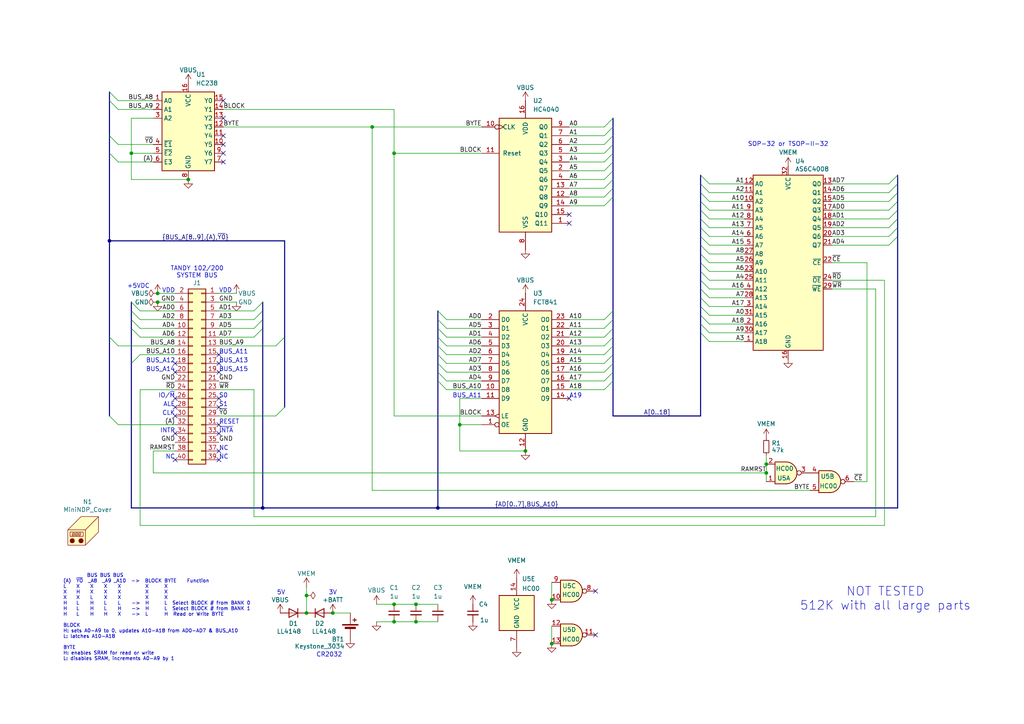
<source format=kicad_sch>
(kicad_sch (version 20231120) (generator "eeschema") (generator_version "8.0")
  (paper "A4")
  (title_block (title "MiniNDP 512") (date "2024-11-27") (rev "F04") (company "Brian K. White - b.kenyon.w@gmail.com") (comment 1 "github.com/bkw777/NODE_DATAPAC") (comment 2 "Use with RAM100.CO or RAM200.CO") (comment 3 "Work-alike of NODE Systems DATAPAC / RAMPAC"))
  (lib_symbols
    (symbol "000_LOCAL:4040" (pin_names (offset 1.016))
      (property "Reference" "U" (at -7.62 16.51 0))
      (property "Value" "4040" (at -7.62 -19.05 0))
      (symbol "4040_1_0"
        (pin output line (at 12.7 -15.24 180) (length 5.08) (name "Q11") (number "1"))
        (pin input inverted_clock (at -12.7 12.7 0) (length 5.08) (name "CLK") (number "10"))
        (pin input line (at -12.7 5.08 0) (length 5.08) (name "Reset") (number "11"))
        (pin output line (at 12.7 -7.62 180) (length 5.08) (name "Q8") (number "12"))
        (pin output line (at 12.7 -5.08 180) (length 5.08) (name "Q7") (number "13"))
        (pin output line (at 12.7 -10.16 180) (length 5.08) (name "Q9") (number "14"))
        (pin output line (at 12.7 -12.7 180) (length 5.08) (name "Q10") (number "15"))
        (pin power_in line (at 0 20.32 270) (length 5.08) (name "VDD") (number "16"))
        (pin output line (at 12.7 0 180) (length 5.08) (name "Q5") (number "2"))
        (pin output line (at 12.7 2.54 180) (length 5.08) (name "Q4") (number "3"))
        (pin output line (at 12.7 -2.54 180) (length 5.08) (name "Q6") (number "4"))
        (pin output line (at 12.7 5.08 180) (length 5.08) (name "Q3") (number "5"))
        (pin output line (at 12.7 7.62 180) (length 5.08) (name "Q2") (number "6"))
        (pin output line (at 12.7 10.16 180) (length 5.08) (name "Q1") (number "7"))
        (pin power_in line (at 0 -22.86 90) (length 5.08) (name "VSS") (number "8"))
        (pin output line (at 12.7 12.7 180) (length 5.08) (name "Q0") (number "9"))
      )
    )
    (symbol "000_LOCAL:74xx00"
      (property "Reference" "U" (at 1.524 8.636 0))
      (property "Value" "74xx00" (at 3.302 6.604 0))
      (symbol "74xx00_1_1"
        (pin input line (at -6.35 2.54 0) (length 2.54) (name "~") (number "1"))
        (pin input line (at -6.35 -2.54 0) (length 2.54) (name "~") (number "2"))
        (pin output inverted (at 6.35 0 180) (length 3.81) (name "~") (number "3"))
      )
      (symbol "74xx00_2_1"
        (pin input line (at -6.35 2.54 0) (length 2.54) (name "~") (number "4"))
        (pin input line (at -6.35 -2.54 0) (length 2.54) (name "~") (number "5"))
        (pin output inverted (at 6.35 0 180) (length 3.81) (name "~") (number "6"))
      )
      (symbol "74xx00_3_1"
        (pin input line (at -6.35 -2.54 0) (length 2.54) (name "~") (number "10"))
        (pin output inverted (at 6.35 0 180) (length 3.81) (name "~") (number "8"))
        (pin input line (at -6.35 2.54 0) (length 2.54) (name "~") (number "9"))
      )
      (symbol "74xx00_4_1"
        (pin output inverted (at 6.35 0 180) (length 3.81) (name "~") (number "11"))
        (pin input line (at -6.35 2.54 0) (length 2.54) (name "~") (number "12"))
        (pin input line (at -6.35 -2.54 0) (length 2.54) (name "~") (number "13"))
      )
      (symbol "74xx00_5_1"
        (pin power_in line (at 0 10.16 270) (length 5.08) (name "VCC") (number "14"))
        (pin power_in line (at 0 -10.16 90) (length 5.08) (name "GND") (number "7"))
      )
    )
    (symbol "000_LOCAL:AS6C4008_DIP"
      (property "Reference" "U" (at -10.16 23.495 0))
      (property "Value" "AS6C4008_DIP" (at 2.54 23.495 0))
      (symbol "AS6C4008_DIP_1_0"
        (pin power_in line (at 0 -30.48 90) (length 2.54) (name "GND") (number "16"))
        (pin power_in line (at 0 25.4 270) (length 2.54) (name "VCC") (number "32"))
      )
      (symbol "AS6C4008_DIP_1_1"
        (pin input line (at -12.7 -25.4 0) (length 2.54) (name "A18") (number "1"))
        (pin input line (at -12.7 15.24 0) (length 2.54) (name "A2") (number "10"))
        (pin input line (at -12.7 17.78 0) (length 2.54) (name "A1") (number "11"))
        (pin input line (at -12.7 20.32 0) (length 2.54) (name "A0") (number "12"))
        (pin tri_state line (at 12.7 20.32 180) (length 2.54) (name "Q0") (number "13"))
        (pin tri_state line (at 12.7 17.78 180) (length 2.54) (name "Q1") (number "14"))
        (pin tri_state line (at 12.7 15.24 180) (length 2.54) (name "Q2") (number "15"))
        (pin tri_state line (at 12.7 12.7 180) (length 2.54) (name "Q3") (number "17"))
        (pin tri_state line (at 12.7 10.16 180) (length 2.54) (name "Q4") (number "18"))
        (pin tri_state line (at 12.7 7.62 180) (length 2.54) (name "Q5") (number "19"))
        (pin input line (at -12.7 -20.32 0) (length 2.54) (name "A16") (number "2"))
        (pin tri_state line (at 12.7 5.08 180) (length 2.54) (name "Q6") (number "20"))
        (pin tri_state line (at 12.7 2.54 180) (length 2.54) (name "Q7") (number "21"))
        (pin input line (at 12.7 -2.54 180) (length 2.54) (name "~{CE}") (number "22"))
        (pin input line (at -12.7 -5.08 0) (length 2.54) (name "A10") (number "23"))
        (pin input line (at 12.7 -7.62 180) (length 2.54) (name "~{OE}") (number "24"))
        (pin input line (at -12.7 -7.62 0) (length 2.54) (name "A11") (number "25"))
        (pin input line (at -12.7 -2.54 0) (length 2.54) (name "A9") (number "26"))
        (pin input line (at -12.7 0 0) (length 2.54) (name "A8") (number "27"))
        (pin input line (at -12.7 -12.7 0) (length 2.54) (name "A13") (number "28"))
        (pin input line (at 12.7 -10.16 180) (length 2.54) (name "~{WE}") (number "29"))
        (pin input line (at -12.7 -15.24 0) (length 2.54) (name "A14") (number "3"))
        (pin input line (at -12.7 -22.86 0) (length 2.54) (name "A17") (number "30"))
        (pin input line (at -12.7 -17.78 0) (length 2.54) (name "A15") (number "31"))
        (pin input line (at -12.7 -10.16 0) (length 2.54) (name "A12") (number "4"))
        (pin input line (at -12.7 2.54 0) (length 2.54) (name "A7") (number "5"))
        (pin input line (at -12.7 5.08 0) (length 2.54) (name "A6") (number "6"))
        (pin input line (at -12.7 7.62 0) (length 2.54) (name "A5") (number "7"))
        (pin input line (at -12.7 10.16 0) (length 2.54) (name "A4") (number "8"))
        (pin input line (at -12.7 12.7 0) (length 2.54) (name "A3") (number "9"))
      )
    )
    (symbol "000_LOCAL:Battery_Cell" (pin_numbers hide) (pin_names (offset 0) hide)
      (property "Reference" "BT" (at 2.54 2.54 0))
      (property "Value" "Battery_Cell" (at 2.54 0 0))
      (symbol "Battery_Cell_1_1"
        (pin passive line (at 0 5.08 270) (length 2.54) (name "+") (number "1"))
        (pin passive line (at 0 -2.54 90) (length 2.54) (name "-") (number "2"))
      )
    )
    (symbol "000_LOCAL:C" (pin_numbers hide) (pin_names (offset 0.254) hide)
      (property "Reference" "C" (at 0.254 1.778 0))
      (property "Value" "C" (at 0.254 -2.032 0))
      (symbol "C_1_1"
        (pin passive line (at 0 2.54 270) (length 2.032) (name "~") (number "1"))
        (pin passive line (at 0 -2.54 90) (length 2.032) (name "~") (number "2"))
      )
    )
    (symbol "000_LOCAL:Conn_02x20_Odd_Even" (pin_names (offset 1.016) hide)
      (property "Reference" "J" (at 1.27 25.4 0))
      (property "Value" "Conn_02x20_Odd_Even" (at 1.27 -27.94 0))
      (symbol "Conn_02x20_Odd_Even_1_1"
        (pin passive line (at -5.08 22.86 0) (length 3.81) (name "Pin_1") (number "1"))
        (pin passive line (at 7.62 12.7 180) (length 3.81) (name "Pin_10") (number "10"))
        (pin passive line (at -5.08 10.16 0) (length 3.81) (name "Pin_11") (number "11"))
        (pin passive line (at 7.62 10.16 180) (length 3.81) (name "Pin_12") (number "12"))
        (pin passive line (at -5.08 7.62 0) (length 3.81) (name "Pin_13") (number "13"))
        (pin passive line (at 7.62 7.62 180) (length 3.81) (name "Pin_14") (number "14"))
        (pin passive line (at -5.08 5.08 0) (length 3.81) (name "Pin_15") (number "15"))
        (pin passive line (at 7.62 5.08 180) (length 3.81) (name "Pin_16") (number "16"))
        (pin passive line (at -5.08 2.54 0) (length 3.81) (name "Pin_17") (number "17"))
        (pin passive line (at 7.62 2.54 180) (length 3.81) (name "Pin_18") (number "18"))
        (pin passive line (at -5.08 0 0) (length 3.81) (name "Pin_19") (number "19"))
        (pin passive line (at 7.62 22.86 180) (length 3.81) (name "Pin_2") (number "2"))
        (pin passive line (at 7.62 0 180) (length 3.81) (name "Pin_20") (number "20"))
        (pin passive line (at -5.08 -2.54 0) (length 3.81) (name "Pin_21") (number "21"))
        (pin passive line (at 7.62 -2.54 180) (length 3.81) (name "Pin_22") (number "22"))
        (pin passive line (at -5.08 -5.08 0) (length 3.81) (name "Pin_23") (number "23"))
        (pin passive line (at 7.62 -5.08 180) (length 3.81) (name "Pin_24") (number "24"))
        (pin passive line (at -5.08 -7.62 0) (length 3.81) (name "Pin_25") (number "25"))
        (pin passive line (at 7.62 -7.62 180) (length 3.81) (name "Pin_26") (number "26"))
        (pin passive line (at -5.08 -10.16 0) (length 3.81) (name "Pin_27") (number "27"))
        (pin passive line (at 7.62 -10.16 180) (length 3.81) (name "Pin_28") (number "28"))
        (pin passive line (at -5.08 -12.7 0) (length 3.81) (name "Pin_29") (number "29"))
        (pin passive line (at -5.08 20.32 0) (length 3.81) (name "Pin_3") (number "3"))
        (pin passive line (at 7.62 -12.7 180) (length 3.81) (name "Pin_30") (number "30"))
        (pin passive line (at -5.08 -15.24 0) (length 3.81) (name "Pin_31") (number "31"))
        (pin passive line (at 7.62 -15.24 180) (length 3.81) (name "Pin_32") (number "32"))
        (pin passive line (at -5.08 -17.78 0) (length 3.81) (name "Pin_33") (number "33"))
        (pin passive line (at 7.62 -17.78 180) (length 3.81) (name "Pin_34") (number "34"))
        (pin passive line (at -5.08 -20.32 0) (length 3.81) (name "Pin_35") (number "35"))
        (pin passive line (at 7.62 -20.32 180) (length 3.81) (name "Pin_36") (number "36"))
        (pin passive line (at -5.08 -22.86 0) (length 3.81) (name "Pin_37") (number "37"))
        (pin passive line (at 7.62 -22.86 180) (length 3.81) (name "Pin_38") (number "38"))
        (pin passive line (at -5.08 -25.4 0) (length 3.81) (name "Pin_39") (number "39"))
        (pin passive line (at 7.62 20.32 180) (length 3.81) (name "Pin_4") (number "4"))
        (pin passive line (at 7.62 -25.4 180) (length 3.81) (name "Pin_40") (number "40"))
        (pin passive line (at -5.08 17.78 0) (length 3.81) (name "Pin_5") (number "5"))
        (pin passive line (at 7.62 17.78 180) (length 3.81) (name "Pin_6") (number "6"))
        (pin passive line (at -5.08 15.24 0) (length 3.81) (name "Pin_7") (number "7"))
        (pin passive line (at 7.62 15.24 180) (length 3.81) (name "Pin_8") (number "8"))
        (pin passive line (at -5.08 12.7 0) (length 3.81) (name "Pin_9") (number "9"))
      )
    )
    (symbol "000_LOCAL:FCT841"
      (property "Reference" "U" (at -6.604 17.526 0))
      (property "Value" "FCT841" (at 5.334 17.526 0))
      (symbol "FCT841_1_0"
        (pin input inverted (at -12.7 -17.78 0) (length 5.08) (name "OE") (number "1"))
        (pin input line (at -12.7 -7.62 0) (length 5.08) (name "D8") (number "10"))
        (pin input line (at -12.7 -10.16 0) (length 5.08) (name "D9") (number "11"))
        (pin power_in line (at 0 -25.4 90) (length 5.08) (name "GND") (number "12"))
        (pin input edge_clock_high (at -12.7 -15.24 0) (length 5.08) (name "LE") (number "13"))
        (pin tri_state line (at 12.7 -10.16 180) (length 5.08) (name "O9") (number "14"))
        (pin tri_state line (at 12.7 -7.62 180) (length 5.08) (name "O8") (number "15"))
        (pin tri_state line (at 12.7 -5.08 180) (length 5.08) (name "O7") (number "16"))
        (pin tri_state line (at 12.7 -2.54 180) (length 5.08) (name "O6") (number "17"))
        (pin tri_state line (at 12.7 0 180) (length 5.08) (name "O5") (number "18"))
        (pin tri_state line (at 12.7 2.54 180) (length 5.08) (name "O4") (number "19"))
        (pin input line (at -12.7 12.7 0) (length 5.08) (name "D0") (number "2"))
        (pin tri_state line (at 12.7 5.08 180) (length 5.08) (name "O3") (number "20"))
        (pin tri_state line (at 12.7 7.62 180) (length 5.08) (name "O2") (number "21"))
        (pin tri_state line (at 12.7 10.16 180) (length 5.08) (name "O1") (number "22"))
        (pin tri_state line (at 12.7 12.7 180) (length 5.08) (name "O0") (number "23"))
        (pin power_in line (at 0 20.32 270) (length 5.08) (name "VCC") (number "24"))
        (pin input line (at -12.7 10.16 0) (length 5.08) (name "D1") (number "3"))
        (pin input line (at -12.7 7.62 0) (length 5.08) (name "D2") (number "4"))
        (pin input line (at -12.7 5.08 0) (length 5.08) (name "D3") (number "5"))
        (pin input line (at -12.7 2.54 0) (length 5.08) (name "D4") (number "6"))
        (pin input line (at -12.7 0 0) (length 5.08) (name "D5") (number "7"))
        (pin input line (at -12.7 -2.54 0) (length 5.08) (name "D6") (number "8"))
        (pin input line (at -12.7 -5.08 0) (length 5.08) (name "D7") (number "9"))
      )
    )
    (symbol "000_LOCAL:HC238"
      (property "Reference" "U" (at -7.62 13.97 0))
      (property "Value" "HC238" (at 2.54 -11.43 0))
      (symbol "HC238_1_1"
        (pin input line (at -10.16 10.16 0) (length 2.54) (name "A0") (number "1"))
        (pin output line (at 10.16 -2.54 180) (length 2.54) (name "Y5") (number "10"))
        (pin output line (at 10.16 0 180) (length 2.54) (name "Y4") (number "11"))
        (pin output line (at 10.16 2.54 180) (length 2.54) (name "Y3") (number "12"))
        (pin output line (at 10.16 5.08 180) (length 2.54) (name "Y2") (number "13"))
        (pin output line (at 10.16 7.62 180) (length 2.54) (name "Y1") (number "14"))
        (pin output line (at 10.16 10.16 180) (length 2.54) (name "Y0") (number "15"))
        (pin power_in line (at 0 15.24 270) (length 2.54) (name "VCC") (number "16"))
        (pin input line (at -10.16 7.62 0) (length 2.54) (name "A1") (number "2"))
        (pin input line (at -10.16 5.08 0) (length 2.54) (name "A2") (number "3"))
        (pin input line (at -10.16 -2.54 0) (length 2.54) (name "~{E1}") (number "4"))
        (pin input line (at -10.16 -5.08 0) (length 2.54) (name "~{E2}") (number "5"))
        (pin input line (at -10.16 -7.62 0) (length 2.54) (name "E3") (number "6"))
        (pin output line (at 10.16 -7.62 180) (length 2.54) (name "Y7") (number "7"))
        (pin power_in line (at 0 -12.7 90) (length 2.54) (name "GND") (number "8"))
        (pin output line (at 10.16 -5.08 180) (length 2.54) (name "Y6") (number "9"))
      )
    )
    (symbol "000_LOCAL:Housing" (pin_names (offset 1.016)) (exclude_from_sim yes)
      (property "Reference" "N" (at 3.81 0 0))
      (property "Value" "Housing" (at 3.81 -1.905 0))
    )
    (symbol "000_LOCAL:LL4148" (pin_numbers hide) (pin_names hide)
      (property "Reference" "D" (at 0 2.54 0))
      (property "Value" "LL4148" (at 0 -2.54 0))
      (symbol "LL4148_1_1"
        (pin passive line (at -3.81 0 0) (length 2.54) (name "K") (number "1"))
        (pin passive line (at 3.81 0 180) (length 2.54) (name "A") (number "2"))
      )
    )
    (symbol "000_LOCAL:R" (pin_numbers hide) (pin_names (offset 0.254) hide)
      (property "Reference" "R" (at 0.762 0.508 0))
      (property "Value" "R_Small" (at 0.762 -1.016 0))
      (symbol "R_1_1"
        (pin passive line (at 0 2.54 270) (length 0.762) (name "~") (number "1"))
        (pin passive line (at 0 -2.54 90) (length 0.762) (name "~") (number "2"))
      )
    )
    (symbol "power:+BATT" (power) (pin_numbers hide) (pin_names (offset 0) hide)
      (property "Value" "+BATT" (at 0 3.556 0))
      (symbol "+BATT_1_1"
        (pin power_in line (at 0 0 90) (length 0) (name "~") (number "1"))
      )
    )
    (symbol "power:GND" (power) (pin_numbers hide) (pin_names (offset 0) hide)
      (property "Value" "GND" (at 0 -3.81 0))
      (symbol "GND_1_1"
        (pin power_in line (at 0 0 270) (length 0) (name "~") (number "1"))
      )
    )
    (symbol "power:PWR_FLAG" (power) (pin_numbers hide) (pin_names (offset 0) hide)
      (property "Value" "PWR_FLAG" (at 0 3.81 0))
      (symbol "PWR_FLAG_0_0"
        (pin power_out line (at 0 0 90) (length 0) (name "~") (number "1"))
      )
    )
    (symbol "power:VBUS" (power) (pin_numbers hide) (pin_names (offset 0) hide)
      (property "Value" "VBUS" (at 0 3.556 0))
      (symbol "VBUS_1_1"
        (pin power_in line (at 0 0 90) (length 0) (name "~") (number "1"))
      )
    )
    (symbol "power:VMEM" (power) (pin_numbers hide) (pin_names (offset 0) hide)
      (property "Value" "VMEM" (at 0 3.556 0))
      (symbol "VMEM_1_1"
        (pin power_in line (at 0 0 90) (length 0) (name "~") (number "1"))
      )
    )
  )
  (junction (at 133.35 123.19))
  (junction (at 160.02 173.99))
  (junction (at 222.25 137.16))
  (junction (at 45.72 85.09))
  (junction (at 96.52 177.8))
  (junction (at 114.3 44.45))
  (junction (at 114.3 180.34))
  (junction (at 127 147.32))
  (junction (at 45.72 87.63))
  (junction (at 88.9 177.8))
  (junction (at 76.2 147.32))
  (junction (at 152.4 130.81))
  (junction (at 107.95 36.83))
  (junction (at 31.75 69.85))
  (junction (at 160.02 186.69))
  (junction (at 38.1 44.45))
  (junction (at 88.9 172.72))
  (junction (at 120.65 175.26))
  (junction (at 54.61 52.07))
  (junction (at 114.3 175.26))
  (junction (at 120.65 180.34))
  (junction (at 222.25 134.62))
  (no_connect (at 63.5 123.19))
  (no_connect (at 63.5 107.95))
  (no_connect (at 64.77 29.21))
  (no_connect (at 50.8 133.35))
  (no_connect (at 63.5 115.57))
  (no_connect (at 63.5 133.35))
  (no_connect (at 172.72 171.45))
  (no_connect (at 64.77 46.99))
  (no_connect (at 50.8 115.57))
  (no_connect (at 165.1 64.77))
  (no_connect (at 50.8 105.41))
  (no_connect (at 64.77 39.37))
  (no_connect (at 64.77 41.91))
  (no_connect (at 50.8 107.95))
  (no_connect (at 50.8 125.73))
  (no_connect (at 50.8 118.11))
  (no_connect (at 50.8 120.65))
  (no_connect (at 63.5 130.81))
  (no_connect (at 165.1 62.23))
  (no_connect (at 63.5 105.41))
  (no_connect (at 165.1 115.57))
  (no_connect (at 63.5 118.11))
  (no_connect (at 63.5 125.73))
  (no_connect (at 64.77 34.29))
  (no_connect (at 63.5 102.87))
  (no_connect (at 64.77 44.45))
  (no_connect (at 172.72 184.15))
  (bus_entry (at 257.81 55.88) (size 2.54 -2.54))
  (bus_entry (at 40.64 95.25) (size -2.54 -2.54))
  (bus_entry (at 127 107.95) (size 2.54 2.54))
  (bus_entry (at 205.74 63.5) (size -2.54 -2.54))
  (bus_entry (at 38.1 105.41) (size 2.54 -2.54))
  (bus_entry (at 175.26 102.87) (size 2.54 -2.54))
  (bus_entry (at 175.26 39.37) (size 2.54 -2.54))
  (bus_entry (at 127 110.49) (size 2.54 2.54))
  (bus_entry (at 205.74 66.04) (size -2.54 -2.54))
  (bus_entry (at 205.74 76.2) (size -2.54 -2.54))
  (bus_entry (at 175.26 105.41) (size 2.54 -2.54))
  (bus_entry (at 127 102.87) (size 2.54 2.54))
  (bus_entry (at 31.75 39.37) (size 2.54 2.54))
  (bus_entry (at 40.64 97.79) (size -2.54 -2.54))
  (bus_entry (at 205.74 88.9) (size -2.54 -2.54))
  (bus_entry (at 40.64 90.17) (size -2.54 -2.54))
  (bus_entry (at 31.75 29.21) (size 2.54 2.54))
  (bus_entry (at 175.26 52.07) (size 2.54 -2.54))
  (bus_entry (at 205.74 71.12) (size -2.54 -2.54))
  (bus_entry (at 205.74 68.58) (size -2.54 -2.54))
  (bus_entry (at 205.74 60.96) (size -2.54 -2.54))
  (bus_entry (at 175.26 59.69) (size 2.54 -2.54))
  (bus_entry (at 175.26 44.45) (size 2.54 -2.54))
  (bus_entry (at 175.26 46.99) (size 2.54 -2.54))
  (bus_entry (at 205.74 73.66) (size -2.54 -2.54))
  (bus_entry (at 205.74 81.28) (size -2.54 -2.54))
  (bus_entry (at 175.26 36.83) (size 2.54 -2.54))
  (bus_entry (at 73.66 90.17) (size 2.54 -2.54))
  (bus_entry (at 82.55 118.11) (size -2.54 2.54))
  (bus_entry (at 175.26 97.79) (size 2.54 -2.54))
  (bus_entry (at 175.26 54.61) (size 2.54 -2.54))
  (bus_entry (at 205.74 96.52) (size -2.54 -2.54))
  (bus_entry (at 257.81 63.5) (size 2.54 -2.54))
  (bus_entry (at 175.26 107.95) (size 2.54 -2.54))
  (bus_entry (at 205.74 55.88) (size -2.54 -2.54))
  (bus_entry (at 175.26 49.53) (size 2.54 -2.54))
  (bus_entry (at 82.55 97.79) (size -2.54 2.54))
  (bus_entry (at 257.81 66.04) (size 2.54 -2.54))
  (bus_entry (at 127 105.41) (size 2.54 2.54))
  (bus_entry (at 205.74 93.98) (size -2.54 -2.54))
  (bus_entry (at 31.75 26.67) (size 2.54 2.54))
  (bus_entry (at 31.75 44.45) (size 2.54 2.54))
  (bus_entry (at 205.74 78.74) (size -2.54 -2.54))
  (bus_entry (at 257.81 71.12) (size 2.54 -2.54))
  (bus_entry (at 257.81 68.58) (size 2.54 -2.54))
  (bus_entry (at 175.26 41.91) (size 2.54 -2.54))
  (bus_entry (at 40.64 92.71) (size -2.54 -2.54))
  (bus_entry (at 73.66 97.79) (size 2.54 -2.54))
  (bus_entry (at 127 90.17) (size 2.54 2.54))
  (bus_entry (at 175.26 95.25) (size 2.54 -2.54))
  (bus_entry (at 205.74 83.82) (size -2.54 -2.54))
  (bus_entry (at 257.81 58.42) (size 2.54 -2.54))
  (bus_entry (at 127 100.33) (size 2.54 2.54))
  (bus_entry (at 257.81 53.34) (size 2.54 -2.54))
  (bus_entry (at 205.74 91.44) (size -2.54 -2.54))
  (bus_entry (at 175.26 92.71) (size 2.54 -2.54))
  (bus_entry (at 205.74 86.36) (size -2.54 -2.54))
  (bus_entry (at 257.81 60.96) (size 2.54 -2.54))
  (bus_entry (at 31.75 97.79) (size 2.54 2.54))
  (bus_entry (at 127 97.79) (size 2.54 2.54))
  (bus_entry (at 205.74 99.06) (size -2.54 -2.54))
  (bus_entry (at 175.26 100.33) (size 2.54 -2.54))
  (bus_entry (at 205.74 53.34) (size -2.54 -2.54))
  (bus_entry (at 73.66 92.71) (size 2.54 -2.54))
  (bus_entry (at 175.26 113.03) (size 2.54 -2.54))
  (bus_entry (at 127 92.71) (size 2.54 2.54))
  (bus_entry (at 127 95.25) (size 2.54 2.54))
  (bus_entry (at 205.74 58.42) (size -2.54 -2.54))
  (bus_entry (at 175.26 110.49) (size 2.54 -2.54))
  (bus_entry (at 34.29 123.19) (size -2.54 -2.54))
  (bus_entry (at 175.26 57.15) (size 2.54 -2.54))
  (bus_entry (at 73.66 95.25) (size 2.54 -2.54))
  (bus (pts (xy 127 102.87) (xy 127 105.41)))
  (bus (pts (xy 177.8 52.07) (xy 177.8 54.61)))
  (wire (pts (xy 165.1 41.91) (xy 175.26 41.91)))
  (bus (pts (xy 177.8 36.83) (xy 177.8 39.37)))
  (bus (pts (xy 203.2 86.36) (xy 203.2 88.9)))
  (wire (pts (xy 101.6 177.8) (xy 96.52 177.8)))
  (wire (pts (xy 133.35 115.57) (xy 133.35 123.19)))
  (wire (pts (xy 107.95 142.24) (xy 234.95 142.24)))
  (bus (pts (xy 76.2 147.32) (xy 127 147.32)))
  (wire (pts (xy 44.45 130.81) (xy 44.45 137.16)))
  (wire (pts (xy 205.74 73.66) (xy 215.9 73.66)))
  (bus (pts (xy 203.2 96.52) (xy 203.2 93.98)))
  (wire (pts (xy 241.3 71.12) (xy 257.81 71.12)))
  (wire (pts (xy 129.54 105.41) (xy 139.7 105.41)))
  (wire (pts (xy 133.35 123.19) (xy 133.35 130.81)))
  (wire (pts (xy 205.74 58.42) (xy 215.9 58.42)))
  (wire (pts (xy 165.1 100.33) (xy 175.26 100.33)))
  (bus (pts (xy 203.2 71.12) (xy 203.2 73.66)))
  (wire (pts (xy 34.29 41.91) (xy 44.45 41.91)))
  (wire (pts (xy 40.64 97.79) (xy 50.8 97.79)))
  (bus (pts (xy 82.55 69.85) (xy 82.55 97.79)))
  (bus (pts (xy 177.8 120.65) (xy 203.2 120.65)))
  (wire (pts (xy 34.29 100.33) (xy 50.8 100.33)))
  (bus (pts (xy 203.2 53.34) (xy 203.2 55.88)))
  (wire (pts (xy 114.3 31.75) (xy 114.3 44.45)))
  (bus (pts (xy 177.8 107.95) (xy 177.8 110.49)))
  (bus (pts (xy 38.1 90.17) (xy 38.1 92.71)))
  (wire (pts (xy 205.74 78.74) (xy 215.9 78.74)))
  (wire (pts (xy 114.3 44.45) (xy 114.3 120.65)))
  (wire (pts (xy 40.64 90.17) (xy 50.8 90.17)))
  (wire (pts (xy 129.54 113.03) (xy 139.7 113.03)))
  (bus (pts (xy 177.8 46.99) (xy 177.8 49.53)))
  (wire (pts (xy 63.5 100.33) (xy 80.01 100.33)))
  (wire (pts (xy 165.1 52.07) (xy 175.26 52.07)))
  (wire (pts (xy 64.77 31.75) (xy 114.3 31.75)))
  (bus (pts (xy 260.35 60.96) (xy 260.35 63.5)))
  (wire (pts (xy 241.3 66.04) (xy 257.81 66.04)))
  (bus (pts (xy 177.8 100.33) (xy 177.8 102.87)))
  (wire (pts (xy 165.1 113.03) (xy 175.26 113.03)))
  (wire (pts (xy 205.74 68.58) (xy 215.9 68.58)))
  (bus (pts (xy 203.2 50.8) (xy 203.2 53.34)))
  (wire (pts (xy 165.1 92.71) (xy 175.26 92.71)))
  (wire (pts (xy 205.74 55.88) (xy 215.9 55.88)))
  (wire (pts (xy 165.1 110.49) (xy 175.26 110.49)))
  (bus (pts (xy 203.2 68.58) (xy 203.2 71.12)))
  (wire (pts (xy 165.1 102.87) (xy 175.26 102.87)))
  (wire (pts (xy 205.74 81.28) (xy 215.9 81.28)))
  (bus (pts (xy 203.2 66.04) (xy 203.2 68.58)))
  (wire (pts (xy 160.02 181.61) (xy 160.02 186.69)))
  (wire (pts (xy 254 83.82) (xy 254 149.86)))
  (wire (pts (xy 205.74 91.44) (xy 215.9 91.44)))
  (wire (pts (xy 45.72 85.09) (xy 50.8 85.09)))
  (wire (pts (xy 73.66 113.03) (xy 73.66 149.86)))
  (bus (pts (xy 38.1 105.41) (xy 38.1 147.32)))
  (wire (pts (xy 205.74 60.96) (xy 215.9 60.96)))
  (bus (pts (xy 203.2 60.96) (xy 203.2 63.5)))
  (wire (pts (xy 129.54 102.87) (xy 139.7 102.87)))
  (bus (pts (xy 260.35 63.5) (xy 260.35 66.04)))
  (bus (pts (xy 203.2 73.66) (xy 203.2 76.2)))
  (wire (pts (xy 63.5 90.17) (xy 73.66 90.17)))
  (wire (pts (xy 40.64 95.25) (xy 50.8 95.25)))
  (wire (pts (xy 222.25 132.08) (xy 222.25 134.62)))
  (bus (pts (xy 31.75 97.79) (xy 31.75 120.65)))
  (wire (pts (xy 68.58 87.63) (xy 63.5 87.63)))
  (bus (pts (xy 177.8 39.37) (xy 177.8 41.91)))
  (wire (pts (xy 165.1 39.37) (xy 175.26 39.37)))
  (bus (pts (xy 177.8 97.79) (xy 177.8 100.33)))
  (bus (pts (xy 177.8 34.29) (xy 177.8 36.83)))
  (bus (pts (xy 260.35 55.88) (xy 260.35 58.42)))
  (bus (pts (xy 177.8 41.91) (xy 177.8 44.45)))
  (bus (pts (xy 177.8 92.71) (xy 177.8 95.25)))
  (bus (pts (xy 177.8 102.87) (xy 177.8 105.41)))
  (wire (pts (xy 165.1 49.53) (xy 175.26 49.53)))
  (wire (pts (xy 165.1 105.41) (xy 175.26 105.41)))
  (wire (pts (xy 205.74 88.9) (xy 215.9 88.9)))
  (bus (pts (xy 203.2 120.65) (xy 203.2 96.52)))
  (bus (pts (xy 127 100.33) (xy 127 102.87)))
  (wire (pts (xy 88.9 172.72) (xy 88.9 177.8)))
  (wire (pts (xy 165.1 36.83) (xy 175.26 36.83)))
  (wire (pts (xy 120.65 175.26) (xy 127 175.26)))
  (bus (pts (xy 177.8 95.25) (xy 177.8 97.79)))
  (wire (pts (xy 114.3 44.45) (xy 139.7 44.45)))
  (bus (pts (xy 82.55 97.79) (xy 82.55 118.11)))
  (wire (pts (xy 241.3 83.82) (xy 254 83.82)))
  (wire (pts (xy 241.3 60.96) (xy 257.81 60.96)))
  (wire (pts (xy 129.54 92.71) (xy 139.7 92.71)))
  (bus (pts (xy 38.1 95.25) (xy 38.1 105.41)))
  (wire (pts (xy 63.5 113.03) (xy 73.66 113.03)))
  (wire (pts (xy 129.54 110.49) (xy 139.7 110.49)))
  (wire (pts (xy 120.65 180.34) (xy 127 180.34)))
  (wire (pts (xy 205.74 53.34) (xy 215.9 53.34)))
  (wire (pts (xy 165.1 95.25) (xy 175.26 95.25)))
  (wire (pts (xy 45.72 87.63) (xy 50.8 87.63)))
  (wire (pts (xy 114.3 180.34) (xy 120.65 180.34)))
  (wire (pts (xy 165.1 59.69) (xy 175.26 59.69)))
  (bus (pts (xy 177.8 120.65) (xy 177.8 110.49)))
  (wire (pts (xy 165.1 46.99) (xy 175.26 46.99)))
  (bus (pts (xy 260.35 53.34) (xy 260.35 55.88)))
  (bus (pts (xy 31.75 39.37) (xy 31.75 44.45)))
  (wire (pts (xy 38.1 44.45) (xy 38.1 52.07)))
  (bus (pts (xy 127 110.49) (xy 127 147.32)))
  (bus (pts (xy 260.35 66.04) (xy 260.35 68.58)))
  (bus (pts (xy 203.2 63.5) (xy 203.2 66.04)))
  (bus (pts (xy 76.2 90.17) (xy 76.2 92.71)))
  (wire (pts (xy 107.95 36.83) (xy 139.7 36.83)))
  (bus (pts (xy 203.2 55.88) (xy 203.2 58.42)))
  (bus (pts (xy 260.35 50.8) (xy 260.35 53.34)))
  (bus (pts (xy 203.2 76.2) (xy 203.2 78.74)))
  (bus (pts (xy 76.2 92.71) (xy 76.2 95.25)))
  (wire (pts (xy 241.3 63.5) (xy 257.81 63.5)))
  (bus (pts (xy 203.2 88.9) (xy 203.2 91.44)))
  (wire (pts (xy 251.46 76.2) (xy 251.46 139.7)))
  (wire (pts (xy 129.54 97.79) (xy 139.7 97.79)))
  (wire (pts (xy 205.74 76.2) (xy 215.9 76.2)))
  (bus (pts (xy 203.2 81.28) (xy 203.2 83.82)))
  (bus (pts (xy 127 95.25) (xy 127 97.79)))
  (bus (pts (xy 38.1 92.71) (xy 38.1 95.25)))
  (bus (pts (xy 260.35 68.58) (xy 260.35 147.32)))
  (wire (pts (xy 38.1 52.07) (xy 54.61 52.07)))
  (wire (pts (xy 63.5 92.71) (xy 73.66 92.71)))
  (wire (pts (xy 165.1 107.95) (xy 175.26 107.95)))
  (wire (pts (xy 205.74 63.5) (xy 215.9 63.5)))
  (bus (pts (xy 177.8 44.45) (xy 177.8 46.99)))
  (wire (pts (xy 205.74 71.12) (xy 215.9 71.12)))
  (bus (pts (xy 31.75 29.21) (xy 31.75 39.37)))
  (bus (pts (xy 260.35 58.42) (xy 260.35 60.96)))
  (wire (pts (xy 38.1 34.29) (xy 38.1 44.45)))
  (wire (pts (xy 247.65 139.7) (xy 251.46 139.7)))
  (bus (pts (xy 76.2 87.63) (xy 76.2 90.17)))
  (wire (pts (xy 241.3 58.42) (xy 257.81 58.42)))
  (wire (pts (xy 129.54 100.33) (xy 139.7 100.33)))
  (bus (pts (xy 203.2 91.44) (xy 203.2 93.98)))
  (wire (pts (xy 68.58 85.09) (xy 63.5 85.09)))
  (wire (pts (xy 205.74 99.06) (xy 215.9 99.06)))
  (wire (pts (xy 38.1 44.45) (xy 44.45 44.45)))
  (wire (pts (xy 165.1 44.45) (xy 175.26 44.45)))
  (wire (pts (xy 241.3 55.88) (xy 257.81 55.88)))
  (bus (pts (xy 127 105.41) (xy 127 107.95)))
  (wire (pts (xy 241.3 53.34) (xy 257.81 53.34)))
  (bus (pts (xy 127 92.71) (xy 127 95.25)))
  (bus (pts (xy 177.8 49.53) (xy 177.8 52.07)))
  (wire (pts (xy 205.74 93.98) (xy 215.9 93.98)))
  (wire (pts (xy 133.35 123.19) (xy 139.7 123.19)))
  (wire (pts (xy 114.3 175.26) (xy 120.65 175.26)))
  (wire (pts (xy 241.3 68.58) (xy 257.81 68.58)))
  (wire (pts (xy 40.64 113.03) (xy 40.64 152.4)))
  (wire (pts (xy 40.64 92.71) (xy 50.8 92.71)))
  (bus (pts (xy 177.8 90.17) (xy 177.8 92.71)))
  (wire (pts (xy 63.5 97.79) (xy 73.66 97.79)))
  (bus (pts (xy 31.75 69.85) (xy 31.75 97.79)))
  (wire (pts (xy 107.95 36.83) (xy 107.95 142.24)))
  (wire (pts (xy 50.8 113.03) (xy 40.64 113.03)))
  (wire (pts (xy 254 149.86) (xy 73.66 149.86)))
  (wire (pts (xy 63.5 95.25) (xy 73.66 95.25)))
  (wire (pts (xy 34.29 29.21) (xy 44.45 29.21)))
  (bus (pts (xy 203.2 83.82) (xy 203.2 86.36)))
  (wire (pts (xy 109.22 175.26) (xy 114.3 175.26)))
  (wire (pts (xy 133.35 115.57) (xy 139.7 115.57)))
  (bus (pts (xy 31.75 69.85) (xy 82.55 69.85)))
  (wire (pts (xy 63.5 120.65) (xy 80.01 120.65)))
  (bus (pts (xy 31.75 44.45) (xy 31.75 69.85)))
  (wire (pts (xy 165.1 54.61) (xy 175.26 54.61)))
  (wire (pts (xy 129.54 95.25) (xy 139.7 95.25)))
  (bus (pts (xy 127 147.32) (xy 260.35 147.32)))
  (wire (pts (xy 205.74 96.52) (xy 215.9 96.52)))
  (wire (pts (xy 222.25 134.62) (xy 222.25 137.16)))
  (bus (pts (xy 76.2 95.25) (xy 76.2 147.32)))
  (wire (pts (xy 44.45 130.81) (xy 50.8 130.81)))
  (bus (pts (xy 177.8 54.61) (xy 177.8 57.15)))
  (wire (pts (xy 133.35 130.81) (xy 152.4 130.81)))
  (wire (pts (xy 222.25 139.7) (xy 222.25 137.16)))
  (bus (pts (xy 127 97.79) (xy 127 100.33)))
  (bus (pts (xy 177.8 57.15) (xy 177.8 90.17)))
  (wire (pts (xy 165.1 57.15) (xy 175.26 57.15)))
  (wire (pts (xy 40.64 102.87) (xy 50.8 102.87)))
  (wire (pts (xy 205.74 66.04) (xy 215.9 66.04)))
  (wire (pts (xy 88.9 170.18) (xy 88.9 172.72)))
  (bus (pts (xy 203.2 78.74) (xy 203.2 81.28)))
  (wire (pts (xy 241.3 81.28) (xy 256.54 81.28)))
  (bus (pts (xy 203.2 58.42) (xy 203.2 60.96)))
  (wire (pts (xy 251.46 76.2) (xy 241.3 76.2)))
  (wire (pts (xy 34.29 46.99) (xy 44.45 46.99)))
  (wire (pts (xy 129.54 107.95) (xy 139.7 107.95)))
  (wire (pts (xy 256.54 152.4) (xy 256.54 81.28)))
  (wire (pts (xy 34.29 123.19) (xy 50.8 123.19)))
  (bus (pts (xy 38.1 87.63) (xy 38.1 90.17)))
  (wire (pts (xy 205.74 83.82) (xy 215.9 83.82)))
  (wire (pts (xy 38.1 34.29) (xy 44.45 34.29)))
  (bus (pts (xy 31.75 26.67) (xy 31.75 29.21)))
  (wire (pts (xy 34.29 31.75) (xy 44.45 31.75)))
  (bus (pts (xy 127 107.95) (xy 127 110.49)))
  (wire (pts (xy 165.1 97.79) (xy 175.26 97.79)))
  (wire (pts (xy 160.02 168.91) (xy 160.02 173.99)))
  (wire (pts (xy 44.45 137.16) (xy 222.25 137.16)))
  (wire (pts (xy 64.77 36.83) (xy 107.95 36.83)))
  (wire (pts (xy 109.22 180.34) (xy 114.3 180.34)))
  (wire (pts (xy 205.74 86.36) (xy 215.9 86.36)))
  (bus (pts (xy 127 90.17) (xy 127 92.71)))
  (bus (pts (xy 38.1 147.32) (xy 76.2 147.32)))
  (bus (pts (xy 177.8 105.41) (xy 177.8 107.95)))
  (wire (pts (xy 114.3 120.65) (xy 139.7 120.65)))
  (wire (pts (xy 40.64 152.4) (xy 256.54 152.4)))
  (text "BUS_A11" (at 63.5 102.87 0) (effects (font (size 1.27 1.27)) (justify left bottom)))
  (text "TANDY 102/200\nSYSTEM BUS" (at 57.15 80.772 0) (effects (font (size 1.27 1.27)) (justify bottom)))
  (text "+5VDC" (at 36.83 83.82 0) (effects (font (size 1.27 1.27)) (justify left bottom)))
  (text "BUS_A15" (at 63.5 107.95 0) (effects (font (size 1.27 1.27)) (justify left bottom)))
  (text "NOT TESTED\n512K with all large parts" (at 256.794 173.736 0) (effects (font (size 2.54 2.54))))
  (text "INTR" (at 50.8 125.73 0) (effects (font (size 1.27 1.27)) (justify right bottom)))
  (text "BUS_A14" (at 50.8 107.95 0) (effects (font (size 1.27 1.27)) (justify right bottom)))
  (text "ALE" (at 50.8 118.11 0) (effects (font (size 1.27 1.27)) (justify right bottom)))
  (text "S1" (at 63.5 118.11 0) (effects (font (size 1.27 1.27)) (justify left bottom)))
  (text "SOP-32 or TSOP-II-32" (at 228.6 41.91 0) (effects (font (size 1.27 1.27))))
  (text "NC" (at 63.5 133.35 0) (effects (font (size 1.27 1.27)) (justify left bottom)))
  (text "NC" (at 63.5 130.81 0) (effects (font (size 1.27 1.27)) (justify left bottom)))
  (text "~{INTA}" (at 63.5 125.73 0) (effects (font (size 1.27 1.27)) (justify left bottom)))
  (text "CR2032" (at 95.504 189.992 0) (effects (font (size 1.27 1.27))))
  (text "CLK" (at 50.8 120.65 0) (effects (font (size 1.27 1.27)) (justify right bottom)))
  (text "IO/~{M}" (at 50.8 115.57 0) (effects (font (size 1.27 1.27)) (justify right bottom)))
  (text "VDD" (at 50.8 85.09 0) (effects (font (size 1.27 1.27)) (justify right bottom)))
  (text "BUS_A11" (at 139.7 115.57 0) (effects (font (size 1.27 1.27)) (justify right bottom)))
  (text "3V" (at 96.52 171.958 0) (effects (font (size 1.27 1.27))))
  (text "S0" (at 63.5 115.57 0) (effects (font (size 1.27 1.27)) (justify left bottom)))
  (text "RESET" (at 63.5 123.19 0) (effects (font (size 1.27 1.27)) (justify left bottom)))
  (text "A19" (at 165.1 115.57 0) (effects (font (size 1.27 1.27)) (justify left bottom)))
  (text "NC" (at 50.8 133.35 0) (effects (font (size 1.27 1.27)) (justify right bottom)))
  (text "VDD" (at 63.5 85.09 0) (effects (font (size 1.27 1.27)) (justify left bottom)))
  (text "5V" (at 81.534 171.958 0) (effects (font (size 1.27 1.27))))
  (text "BUS_A13" (at 63.5 105.41 0) (effects (font (size 1.27 1.27)) (justify left bottom)))
  (text "         BUS BUS BUS\n(A)	~{YO}  _A8  _A9 _A10  ->  BLOCK BYTE    Function\nL	X	X	X	X		X	  X\nX	H	X	X	X		X	  X\nX	X	L	X	X		X	  X\nH	L	H	L	L	->  H	  L  Select BLOCK # from BANK 0\nH	L	H	L	H	->  H	  L  Select BLOCK # from BANK 1\nH	L	H	H	X	->  L	  H  Read or Write BYTE\n\nBLOCK\nH: sets A0-A9 to 0, updates A10-A18 from AD0-AD7 & BUS_A10\nL: latches A10-A18\n\nBYTE\nH: enables SRAM for read or write\nL: disables SRAM, increments A0-A9 by 1\n" (at 18.288 191.77 0) (effects (font (size 1 1)) (justify left bottom)))
  (text "BUS_A12" (at 50.8 105.41 0) (effects (font (size 1.27 1.27)) (justify right bottom)))
  (label "BUS_A8" (at 50.8 100.33 180))
  (label "~{RD}" (at 241.3 81.28 0))
  (label "A17" (at 165.1 110.49 0))
  (label "AD3" (at 63.5 92.71 0))
  (label "A1" (at 215.9 53.34 180))
  (label "~{CE}" (at 241.3 76.2 0))
  (label "A7" (at 215.9 86.36 180))
  (label "AD5" (at 139.7 95.25 180))
  (label "A13" (at 215.9 66.04 180))
  (label "AD0" (at 241.3 60.96 0))
  (label "~{CE}" (at 247.65 139.7 0))
  (label "A16" (at 215.9 83.82 180))
  (label "GND" (at 50.8 128.27 180))
  (label "A11" (at 165.1 95.25 0))
  (label "AD6" (at 139.7 100.33 180))
  (label "~{Y0}" (at 44.45 41.91 180))
  (label "AD1" (at 63.5 90.17 0))
  (label "GND" (at 50.8 87.63 180))
  (label "{AD[0..7],BUS_A10}" (at 143.51 147.32 0))
  (label "AD5" (at 241.3 58.42 0))
  (label "A10" (at 165.1 92.71 0))
  (label "RAMRST" (at 50.8 130.81 180))
  (label "AD7" (at 63.5 97.79 0))
  (label "AD2" (at 50.8 92.71 180))
  (label "~{Y0}" (at 63.5 120.65 0))
  (label "GND" (at 50.8 110.49 180))
  (label "AD1" (at 241.3 63.5 0))
  (label "A12" (at 165.1 97.79 0))
  (label "A17" (at 215.9 88.9 180))
  (label "A8" (at 165.1 57.15 0))
  (label "AD0" (at 139.7 92.71 180))
  (label "A3" (at 215.9 99.06 180))
  (label "A[0..18]" (at 186.69 120.65 0))
  (label "GND" (at 63.5 110.49 0))
  (label "A8" (at 215.9 73.66 180))
  (label "(A)" (at 44.45 46.99 180))
  (label "A18" (at 215.9 93.98 180))
  (label "A18" (at 165.1 113.03 0))
  (label "GND" (at 63.5 87.63 0))
  (label "RAMRST" (at 222.25 137.16 180))
  (label "A1" (at 165.1 39.37 0))
  (label "AD6" (at 50.8 97.79 180))
  (label "A2" (at 215.9 55.88 180))
  (label "A15" (at 215.9 71.12 180))
  (label "A4" (at 165.1 46.99 0))
  (label "BLOCK" (at 64.77 31.75 0))
  (label "A9" (at 165.1 59.69 0))
  (label "A6" (at 165.1 52.07 0))
  (label "A6" (at 215.9 78.74 180))
  (label "A9" (at 215.9 96.52 180))
  (label "AD4" (at 139.7 110.49 180))
  (label "AD7" (at 241.3 53.34 0))
  (label "AD4" (at 241.3 71.12 0))
  (label "AD2" (at 139.7 102.87 180))
  (label "A15" (at 165.1 105.41 0))
  (label "A13" (at 165.1 100.33 0))
  (label "BUS_A10" (at 139.7 113.03 180))
  (label "BUS_A10" (at 50.8 102.87 180))
  (label "AD0" (at 50.8 90.17 180))
  (label "~{WR}" (at 241.3 83.82 0))
  (label "A16" (at 165.1 107.95 0))
  (label "A3" (at 165.1 44.45 0))
  (label "AD3" (at 241.3 68.58 0))
  (label "{BUS_A[8..9],(A),~{Y0}}" (at 46.99 69.85 0))
  (label "BUS_A9" (at 44.45 31.75 180))
  (label "AD4" (at 50.8 95.25 180))
  (label "A11" (at 215.9 60.96 180))
  (label "A12" (at 215.9 63.5 180))
  (label "BYTE" (at 139.7 36.83 180))
  (label "A0" (at 215.9 91.44 180))
  (label "BLOCK" (at 139.7 120.65 180))
  (label "A14" (at 165.1 102.87 0))
  (label "A5" (at 215.9 76.2 180))
  (label "BUS_A8" (at 44.45 29.21 180))
  (label "AD2" (at 241.3 66.04 0))
  (label "AD7" (at 139.7 105.41 180))
  (label "A0" (at 165.1 36.83 0))
  (label "A14" (at 215.9 68.58 180))
  (label "AD1" (at 139.7 97.79 180))
  (label "A2" (at 165.1 41.91 0))
  (label "~{WR}" (at 63.5 113.03 0))
  (label "A7" (at 165.1 54.61 0))
  (label "BYTE" (at 234.95 142.24 180))
  (label "BLOCK" (at 139.7 44.45 180))
  (label "(A)" (at 50.8 123.19 180))
  (label "A10" (at 215.9 58.42 180))
  (label "BUS_A9" (at 63.5 100.33 0))
  (label "AD6" (at 241.3 55.88 0))
  (label "~{RD}" (at 50.8 113.03 180))
  (label "AD5" (at 63.5 95.25 0))
  (label "BYTE" (at 64.77 36.83 0))
  (label "A5" (at 165.1 49.53 0))
  (label "A4" (at 215.9 81.28 180))
  (label "AD3" (at 139.7 107.95 180))
  (label "GND" (at 63.5 128.27 0))
  (symbol (lib_id "power:VMEM") (at 88.9 170.18 0) (unit 1)
    (property "Reference" "#PWR010" (effects (hide yes)))
    (property "Value" "VMEM" (at 88.9 166.37 0))
    (property "Description" "Power symbol creates a global label with name \"VMEM\"" (effects (hide yes)))
  )
  (symbol (lib_id "000_LOCAL:C") (at 120.65 177.8 0) (unit 1)
    (property "Reference" "C2" (at 120.65 170.434 0))
    (property "Value" "1u" (at 120.65 172.974 0))
    (property "Footprint" "000_LOCAL:C_1206" (effects (hide yes)))
    (property "Datasheet" "datasheets/CL05Y105KP6VPN.pdf" (effects (hide yes)))
    (property "Description" "CAP CER 1UF 25V X7R 1206" (effects (hide yes)))
    (property "MPN" "CL31B105KAHNNNE" (effects (hide yes)))
  )
  (symbol (lib_id "000_LOCAL:HC238") (at 54.61 39.37 0) (unit 1)
    (property "Reference" "U1" (at 56.896 21.59 0) (effects (justify left)))
    (property "Value" "HC238" (at 56.8041 24.13 0) (effects (justify left)))
    (property "Footprint" "000_LOCAL:SOIC-16_3.9x9.9mm_P1.27mm" (effects (hide yes)))
    (property "Datasheet" "datasheets/HC238.pdf" (effects (hide yes)))
    (property "Description" "IC DECODER/DEMUX 1 X 3:8 16SO" (effects (hide yes)))
    (property "MPN" "74HCT238D,653" (effects (hide yes)))
  )
  (symbol (lib_id "power:VBUS") (at 45.72 85.09 0) (unit 1)
    (property "Reference" "#PWR01" (effects (hide yes)))
    (property "Value" "VBUS" (at 43.18 85.09 0) (effects (justify right)))
    (property "Description" "Power symbol creates a global label with name \"VBUS\"" (effects (hide yes)))
  )
  (symbol (lib_id "power:GND") (at 228.6 104.14 0) (unit 1)
    (property "Reference" "#PWR026" (effects (hide yes)))
    (property "Value" "GND" (effects (hide yes)))
    (property "Description" "Power symbol creates a global label with name \"GND\" , ground" (effects (hide yes)))
  )
  (symbol (lib_id "000_LOCAL:LL4148") (at 92.71 177.8 0) (unit 1)
    (property "Reference" "D2" (at 92.71 180.848 0))
    (property "Value" "LL4148" (at 93.98 183.134 0))
    (property "Footprint" "000_LOCAL:D_MiniMELF" (effects (hide yes)))
    (property "Datasheet" "datasheets/ll4148.pdf" (effects (hide yes)))
    (property "Description" "50V 1A General Purpose Rectifier Diode" (effects (hide yes)))
    (property "MPN" "FDLL4148" (effects (hide yes)))
  )
  (symbol (lib_id "power:GND") (at 160.02 186.69 0) (unit 1)
    (property "Reference" "#PWR07" (effects (hide yes)))
    (property "Value" "GND" (effects (hide yes)))
    (property "Description" "Power symbol creates a global label with name \"GND\" , ground" (effects (hide yes)))
  )
  (symbol (lib_id "power:GND") (at 152.4 72.39 0) (unit 1)
    (property "Reference" "#PWR024" (effects (hide yes)))
    (property "Value" "GND" (effects (hide yes)))
    (property "Description" "Power symbol creates a global label with name \"GND\" , ground" (effects (hide yes)))
  )
  (symbol (lib_id "power:GND") (at 54.61 52.07 0) (unit 1)
    (property "Reference" "#PWR022" (effects (hide yes)))
    (property "Value" "GND" (effects (hide yes)))
    (property "Description" "Power symbol creates a global label with name \"GND\" , ground" (effects (hide yes)))
  )
  (symbol (lib_id "power:VMEM") (at 228.6 48.26 0) (unit 1)
    (property "Reference" "#PWR012" (effects (hide yes)))
    (property "Value" "VMEM" (at 228.6 44.196 0))
    (property "Description" "Power symbol creates a global label with name \"VMEM\"" (effects (hide yes)))
  )
  (symbol (lib_id "power:PWR_FLAG") (at 45.72 85.09 90) (unit 1)
    (property "Reference" "#FLG01" (effects (hide yes)))
    (property "Value" "PWR_FLAG" (effects (hide yes)))
    (property "Description" "Special symbol for telling ERC where power comes from" (effects (hide yes)))
  )
  (symbol (lib_id "000_LOCAL:LL4148") (at 85.09 177.8 180) (unit 1)
    (property "Reference" "D1" (at 85.09 180.848 0))
    (property "Value" "LL4148" (at 83.82 183.134 0))
    (property "Footprint" "000_LOCAL:D_MiniMELF" (effects (hide yes)))
    (property "Datasheet" "datasheets/ll4148.pdf" (effects (hide yes)))
    (property "Description" "50V 1A General Purpose Rectifier Diode" (effects (hide yes)))
    (property "MPN" "FDLL4148" (effects (hide yes)))
  )
  (symbol (lib_id "power:GND") (at 101.6 185.42 0) (unit 1)
    (property "Reference" "#PWR058" (effects (hide yes)))
    (property "Value" "GND" (effects (hide yes)))
    (property "Description" "Power symbol creates a global label with name \"GND\" , ground" (effects (hide yes)))
  )
  (symbol (lib_id "power:GND") (at 45.72 87.63 0) (mirror y) (unit 1)
    (property "Reference" "#PWR03" (effects (hide yes)))
    (property "Value" "GND" (at 43.18 87.63 0) (effects (justify left)))
    (property "Description" "Power symbol creates a global label with name \"GND\" , ground" (effects (hide yes)))
  )
  (symbol (lib_id "000_LOCAL:74xx00") (at 149.86 177.8 0) (unit 5)
    (property "Reference" "U5" (at 151.384 167.894 0) (effects (justify left)))
    (property "Value" "HC00" (at 151.384 170.688 0) (effects (justify left)))
    (property "Footprint" "000_LOCAL:SOIC-14_3.9x8.7mm_P1.27mm" (effects (hide yes)))
    (property "Datasheet" "datasheets/HC00.pdf" (effects (hide yes)))
    (property "Description" "IC GATE NAND 4CH 2-INP 14SO" (effects (hide yes)))
    (property "MPN" "74HC00D,653" (effects (hide yes)))
  )
  (symbol (lib_id "power:VMEM") (at 137.16 175.26 0) (unit 1) (on_board no)
    (property "Reference" "#PWR055" (effects (hide yes)))
    (property "Value" "VMEM" (at 137.16 170.18 0))
    (property "Description" "Power symbol creates a global label with name \"VMEM\"" (effects (hide yes)))
  )
  (symbol (lib_id "000_LOCAL:C") (at 114.3 177.8 0) (unit 1)
    (property "Reference" "C1" (at 114.3 170.434 0))
    (property "Value" "1u" (at 114.3 172.974 0))
    (property "Footprint" "000_LOCAL:C_1206" (effects (hide yes)))
    (property "Datasheet" "datasheets/CL05Y105KP6VPN.pdf" (effects (hide yes)))
    (property "Description" "CAP CER 1UF 25V X7R 1206" (effects (hide yes)))
    (property "MPN" "CL31B105KAHNNNE" (effects (hide yes)))
  )
  (symbol (lib_id "power:GND") (at 149.86 187.96 0) (unit 1)
    (property "Reference" "#PWR029" (effects (hide yes)))
    (property "Value" "GND" (effects (hide yes)))
    (property "Description" "Power symbol creates a global label with name \"GND\" , ground" (effects (hide yes)))
  )
  (symbol (lib_id "000_LOCAL:74xx00") (at 228.6 137.16 0) (mirror x) (unit 1)
    (property "Reference" "U5" (at 227.33 138.684 0))
    (property "Value" "HC00" (at 227.584 135.89 0))
    (property "Footprint" "000_LOCAL:SOIC-14_3.9x8.7mm_P1.27mm" (effects (hide yes)))
    (property "Datasheet" "datasheets/HC00.pdf" (effects (hide yes)))
    (property "Description" "IC GATE NAND 4CH 2-INP 14SO" (effects (hide yes)))
    (property "MPN" "74HC00D,653" (effects (hide yes)))
  )
  (symbol (lib_id "power:GND") (at 160.02 173.99 0) (unit 1)
    (property "Reference" "#PWR06" (effects (hide yes)))
    (property "Value" "GND" (effects (hide yes)))
    (property "Description" "Power symbol creates a global label with name \"GND\" , ground" (effects (hide yes)))
  )
  (symbol (lib_id "power:PWR_FLAG") (at 45.72 87.63 90) (unit 1)
    (property "Reference" "#FLG03" (effects (hide yes)))
    (property "Value" "PWR_FLAG" (effects (hide yes)))
    (property "Description" "Special symbol for telling ERC where power comes from" (effects (hide yes)))
  )
  (symbol (lib_id "power:GND") (at 109.22 180.34 0) (unit 1)
    (property "Reference" "#PWR023" (effects (hide yes)))
    (property "Value" "GND" (effects (hide yes)))
    (property "Description" "Power symbol creates a global label with name \"GND\" , ground" (effects (hide yes)))
  )
  (symbol (lib_id "power:+BATT") (at 96.52 177.8 0) (unit 1)
    (property "Reference" "#PWR027" (effects (hide yes)))
    (property "Value" "+BATT" (at 96.52 173.99 0))
    (property "Description" "Power symbol creates a global label with name \"+BATT\"" (effects (hide yes)))
  )
  (symbol (lib_id "000_LOCAL:C") (at 137.16 177.8 0) (unit 1)
    (property "Reference" "C4" (at 140.208 175.26 0))
    (property "Value" "1u" (at 140.462 179.832 0))
    (property "Footprint" "000_LOCAL:C_1206" (effects (hide yes)))
    (property "Datasheet" "datasheets/CL05Y105KP6VPN.pdf" (effects (hide yes)))
    (property "Description" "CAP CER 1UF 25V X7R 1206" (effects (hide yes)))
    (property "MPN" "CL31B105KAHNNNE" (effects (hide yes)))
  )
  (symbol (lib_id "power:VBUS") (at 68.58 85.09 0) (mirror y) (unit 1)
    (property "Reference" "#PWR02" (effects (hide yes)))
    (property "Value" "VBUS" (at 69.088 85.09 0) (effects (justify right)))
    (property "Description" "Power symbol creates a global label with name \"VBUS\"" (effects (hide yes)))
  )
  (symbol (lib_id "000_LOCAL:AS6C4008_DIP") (at 228.6 73.66 0) (unit 1)
    (property "Reference" "U4" (at 230.632 46.736 0) (effects (justify left)))
    (property "Value" "AS6C4008" (at 230.632 49.022 0) (effects (justify left)))
    (property "Footprint" "000_LOCAL:TSOP-II-SOP-32_dual" (effects (hide yes)))
    (property "Datasheet" "datasheets/AS6C4008.pdf" (effects (hide yes)))
    (property "Description" "IC SRAM 512Kx8 PARALLEL 5v TSOP-II-32" (effects (hide yes)))
    (property "MPN" "AS6C4008-55ZIN" (effects (hide yes)))
  )
  (symbol (lib_id "000_LOCAL:Housing") (at 25.4 153.67 0) (unit 1) (exclude_from_sim yes) (in_bom no)
    (property "Reference" "N1" (at 25.4 145.542 0))
    (property "Value" "MiniNDP_Cover" (at 25.4 147.828 0))
    (property "Footprint" "000_LOCAL:MiniNDP_Cover" (effects (hide yes)))
    (property "Datasheet" "../COVER/MiniNDP_Cover.scad" (effects (hide yes)))
    (property "Description" "Snap cover for MiniNDP" (effects (hide yes)))
    (property "MPN" "MiniNDP_Cover.stl" (effects (hide yes)))
  )
  (symbol (lib_id "000_LOCAL:Battery_Cell") (at 101.6 182.88 0) (unit 1)
    (property "Reference" "BT1" (at 98.044 185.42 0))
    (property "Value" "Keystone_3034" (at 92.71 187.452 0))
    (property "Footprint" "000_LOCAL:Keystone_3028_3034" (effects (hide yes)))
    (property "Datasheet" "datasheets/Keystone_3034.pdf" (effects (hide yes)))
    (property "Description" "SMT 20mm x 3.2mm coin cell holder" (effects (hide yes)))
    (property "MPN" "Keystone 3034" (effects (hide yes)))
  )
  (symbol (lib_id "000_LOCAL:4040") (at 152.4 49.53 0) (unit 1)
    (property "Reference" "U2" (at 154.5941 29.21 0) (effects (justify left)))
    (property "Value" "HC4040" (at 154.5941 31.75 0) (effects (justify left)))
    (property "Footprint" "000_LOCAL:SOIC-16_3.9x9.9mm_P1.27mm" (effects (hide yes)))
    (property "Datasheet" "datasheets/4040.pdf" (effects (hide yes)))
    (property "Description" "IC BINARY COUNTER 12-BIT 16SO" (effects (hide yes)))
    (property "MPN" "74HC4040D,653" (effects (hide yes)))
  )
  (symbol (lib_id "power:VBUS") (at 152.4 29.21 0) (unit 1)
    (property "Reference" "#PWR013" (effects (hide yes)))
    (property "Value" "VBUS" (at 152.4 25.4 0))
    (property "Description" "Power symbol creates a global label with name \"VBUS\"" (effects (hide yes)))
  )
  (symbol (lib_id "000_LOCAL:R") (at 222.25 129.54 0) (mirror y) (unit 1)
    (property "Reference" "R1" (at 223.774 128.524 0) (effects (justify right)))
    (property "Value" "47k" (at 223.774 130.556 0) (effects (justify right)))
    (property "Footprint" "000_LOCAL:R_1206" (effects (hide yes)))
    (property "Datasheet" "datasheets/TE-4-2176343-5.pdf" (effects (hide yes)))
    (property "Description" "RES 47K OHM 1% 1/4W 1206" (effects (hide yes)))
    (property "MPN" "CRGCQ1206F47K" (effects (hide yes)))
  )
  (symbol (lib_id "power:PWR_FLAG") (at 88.9 172.72 270) (unit 1)
    (property "Reference" "#FLG02" (effects (hide yes)))
    (property "Value" "PWR_FLAG" (effects (hide yes)))
    (property "Description" "Special symbol for telling ERC where power comes from" (effects (hide yes)))
  )
  (symbol (lib_id "power:VBUS") (at 81.28 177.8 0) (unit 1)
    (property "Reference" "#PWR09" (effects (hide yes)))
    (property "Value" "VBUS" (at 81.28 173.99 0))
    (property "Description" "Power symbol creates a global label with name \"VBUS\"" (effects (hide yes)))
  )
  (symbol (lib_id "000_LOCAL:C") (at 127 177.8 0) (unit 1)
    (property "Reference" "C3" (at 127 170.434 0))
    (property "Value" "1u" (at 127 172.974 0))
    (property "Footprint" "000_LOCAL:C_1206" (effects (hide yes)))
    (property "Datasheet" "datasheets/CL05Y105KP6VPN.pdf" (effects (hide yes)))
    (property "Description" "CAP CER 1UF 25V X7R 1206" (effects (hide yes)))
    (property "MPN" "CL31B105KAHNNNE" (effects (hide yes)))
  )
  (symbol (lib_id "power:VMEM") (at 222.25 127 0) (unit 1)
    (property "Reference" "#PWR021" (effects (hide yes)))
    (property "Value" "VMEM" (at 222.25 122.936 0))
    (property "Description" "Power symbol creates a global label with name \"VMEM\"" (effects (hide yes)))
  )
  (symbol (lib_id "000_LOCAL:74xx00") (at 166.37 184.15 0) (unit 4)
    (property "Reference" "U5" (at 165.1 182.626 0))
    (property "Value" "HC00" (at 165.608 185.42 0))
    (property "Footprint" "000_LOCAL:SOIC-14_3.9x8.7mm_P1.27mm" (effects (hide yes)))
    (property "Datasheet" "datasheets/HC00.pdf" (effects (hide yes)))
    (property "Description" "IC GATE NAND 4CH 2-INP 14SO" (effects (hide yes)))
    (property "MPN" "74HC00D,653" (effects (hide yes)))
  )
  (symbol (lib_id "power:VBUS") (at 109.22 175.26 0) (unit 1)
    (property "Reference" "#PWR025" (effects (hide yes)))
    (property "Value" "VBUS" (at 109.22 171.196 0))
    (property "Description" "Power symbol creates a global label with name \"VBUS\"" (effects (hide yes)))
  )
  (symbol (lib_id "000_LOCAL:FCT841") (at 152.4 105.41 0) (unit 1)
    (property "Reference" "U3" (at 154.5941 85.09 0) (effects (justify left)))
    (property "Value" "FCT841" (at 154.5941 87.63 0) (effects (justify left)))
    (property "Footprint" "000_LOCAL:SOIC-24" (effects (hide yes)))
    (property "Datasheet" "datasheets/FCT841.pdf" (effects (hide yes)))
    (property "Description" "IC 10BIT LATCH 3-STATE 24-SOIC" (effects (hide yes)))
    (property "MPN" "CY74FCT841CTSOC" (effects (hide yes)))
  )
  (symbol (lib_id "000_LOCAL:Conn_02x20_Odd_Even") (at 58.42 107.95 0) (mirror y) (unit 1)
    (property "Reference" "J1" (at 57.15 82.042 0))
    (property "Value" "Conn_02x20_Odd_Even" (effects (hide yes)))
    (property "Footprint" "000_LOCAL:IDC-Header_2x20_P2.54mm_Vertical" (effects (hide yes)))
    (property "Datasheet" "datasheets/2x20_male_boxed.pdf" (effects (hide yes)))
    (property "Description" "CONN HEADER VERT 40POS 2.54MM" (effects (hide yes)))
    (property "MPN" "302-S401" (effects (hide yes)))
  )
  (symbol (lib_id "power:GND") (at 137.16 180.34 0) (unit 1) (on_board no)
    (property "Reference" "#PWR041" (effects (hide yes)))
    (property "Value" "GND" (effects (hide yes)))
    (property "Description" "Power symbol creates a global label with name \"GND\" , ground" (effects (hide yes)))
  )
  (symbol (lib_id "power:VBUS") (at 152.4 85.09 0) (unit 1)
    (property "Reference" "#PWR032" (effects (hide yes)))
    (property "Value" "VBUS" (at 152.4 81.28 0))
    (property "Description" "Power symbol creates a global label with name \"VBUS\"" (effects (hide yes)))
  )
  (symbol (lib_id "000_LOCAL:74xx00") (at 166.37 171.45 0) (unit 3)
    (property "Reference" "U5" (at 165.1 169.926 0))
    (property "Value" "HC00" (at 165.608 172.466 0))
    (property "Footprint" "000_LOCAL:SOIC-14_3.9x8.7mm_P1.27mm" (effects (hide yes)))
    (property "Datasheet" "datasheets/HC00.pdf" (effects (hide yes)))
    (property "Description" "IC GATE NAND 4CH 2-INP 14SO" (effects (hide yes)))
    (property "MPN" "74HC00D,653" (effects (hide yes)))
  )
  (symbol (lib_id "power:VBUS") (at 54.61 24.13 0) (unit 1)
    (property "Reference" "#PWR033" (effects (hide yes)))
    (property "Value" "VBUS" (at 54.61 20.32 0))
    (property "Description" "Power symbol creates a global label with name \"VBUS\"" (effects (hide yes)))
  )
  (symbol (lib_id "power:GND") (at 152.4 130.81 0) (unit 1)
    (property "Reference" "#PWR011" (effects (hide yes)))
    (property "Value" "GND" (effects (hide yes)))
    (property "Description" "Power symbol creates a global label with name \"GND\" , ground" (effects (hide yes)))
  )
  (symbol (lib_id "power:VMEM") (at 149.86 167.64 0) (unit 1) (on_board no)
    (property "Reference" "#PWR05" (effects (hide yes)))
    (property "Value" "VMEM" (at 149.86 162.56 0))
    (property "Description" "Power symbol creates a global label with name \"VMEM\"" (effects (hide yes)))
  )
  (symbol (lib_id "000_LOCAL:74xx00") (at 241.3 139.7 0) (unit 2)
    (property "Reference" "U5" (at 240.03 138.176 0))
    (property "Value" "HC00" (at 240.284 140.97 0))
    (property "Footprint" "000_LOCAL:SOIC-14_3.9x8.7mm_P1.27mm" (effects (hide yes)))
    (property "Datasheet" "datasheets/HC00.pdf" (effects (hide yes)))
    (property "Description" "IC GATE NAND 4CH 2-INP 14SO" (effects (hide yes)))
    (property "MPN" "74HC00D,653" (effects (hide yes)))
  )
  (symbol (lib_id "power:GND") (at 68.58 87.63 0) (mirror y) (unit 1)
    (property "Reference" "#PWR04" (effects (hide yes)))
    (property "Value" "GND" (at 69.088 87.63 0) (effects (justify right)))
    (property "Description" "Power symbol creates a global label with name \"GND\" , ground" (effects (hide yes)))
  )
)
</source>
